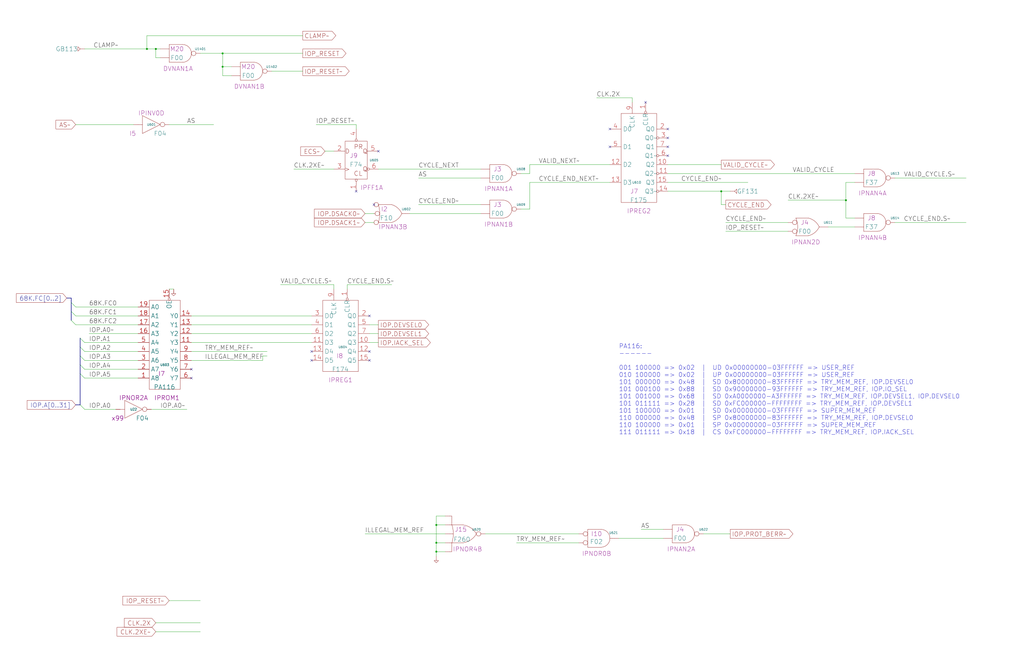
<source format=kicad_sch>
(kicad_sch (version 20230121) (generator eeschema)
  (paper "User" 584.2 378.46)
  (title_block (title "IOP\\nADDRESS DECODING") (date "22-SEP-90") (rev "2.0") (comment 1 "IOC") (comment 2 "232-003061") (comment 3 "S400") (comment 4 "RELEASED"))
  (lib_symbols
    (symbol "r1000:F00" (pin_numbers hide) (pin_names hide)
      (property "Reference" "U" (at 15.24 0 0))
      (property "Value" "F00" (at 1.905 -5.08 0))
      (property "Location" "___" (at 1.905 0 0))
      (property "Name" "______" (at 2.54 -12.7 0))
      (symbol "F00_0_1"
        (polyline (pts (xy -2.54 -7.62) (xy 5.08 -7.62)) (stroke (width 0.1524)))
        (polyline (pts (xy -2.54 2.54) (xy -2.54 -7.62)) (stroke (width 0.1524)))
        (polyline (pts (xy -2.54 2.54) (xy 5.08 2.54)) (stroke (width 0.1524)))
        (arc (start 5.08 -7.62) (mid 10.1282 -2.54) (end 5.08 2.54) (stroke (width 0.1524)))
        (circle (center 11.43 -2.54) (radius 1.27) (stroke (width 0.1524)))
      )
      (symbol "F00_0_2"
        (circle (center -3.81 -5.08) (radius 1.27) (stroke (width 0.1524)))
        (circle (center -3.81 0) (radius 1.27) (stroke (width 0.1524)))
        (arc (start -3.175 -7.62) (mid -2.134 -2.54) (end -3.175 2.54) (stroke (width 0.1524)))
        (polyline (pts (xy -3.175 -7.62) (xy 3.81 -7.62)) (stroke (width 0.1524)))
        (polyline (pts (xy -3.175 2.54) (xy 3.81 2.54)) (stroke (width 0.1524)))
        (arc (start 3.81 -7.62) (mid 7.5855 -5.8306) (end 10.16 -2.54) (stroke (width 0.1524)))
        (arc (start 10.16 -2.54) (mid 7.5827 0.7471) (end 3.81 2.54) (stroke (width 0.1524)))
      )
      (symbol "F00_1_1"
        (pin input line (at -7.62 0 0) (length 5.08) (name "D0") (number "1"))
        (pin input line (at -7.62 -5.08 0) (length 5.08) (name "D1") (number "2"))
        (pin output line (at 15.24 -2.54 180) (length 2.54) (name "Q") (number "3"))
      )
      (symbol "F00_1_2"
        (pin input line (at -7.62 0 0) (length 2.54) (name "D0") (number "1"))
        (pin input line (at -7.62 -5.08 0) (length 2.54) (name "D1") (number "2"))
        (pin output line (at 15.24 -2.54 180) (length 5.08) (name "Q") (number "3"))
      )
    )
    (symbol "r1000:F02" (pin_numbers hide) (pin_names hide)
      (property "Reference" "U" (at 12.16 0.635 0))
      (property "Value" "F02" (at -1.27 -4.445 0))
      (property "Location" "___" (at 2.54 0 0))
      (property "Name" "______" (at 2.54 -12.7 0))
      (symbol "F02_0_1"
        (arc (start -3.81 -7.62) (mid -2.9847 -2.54) (end -3.81 2.54) (stroke (width 0.1524)))
        (polyline (pts (xy -5.08 -5.08) (xy -3.175 -5.08)) (stroke (width 0.1524)))
        (polyline (pts (xy -5.08 0) (xy -3.175 0)) (stroke (width 0.1524)))
        (polyline (pts (xy -3.81 -7.62) (xy 2.54 -7.62)) (stroke (width 0.1524)))
        (polyline (pts (xy -3.81 2.54) (xy 2.54 2.54)) (stroke (width 0.1524)))
        (polyline (pts (xy 13.97 -2.54) (xy 12.7 -2.54)) (stroke (width 0.1524)))
        (arc (start 2.54 -7.62) (mid 6.9515 -5.9823) (end 10.16 -2.54) (stroke (width 0.1524)))
        (arc (start 10.16 -2.54) (mid 6.9478 0.8966) (end 2.54 2.54) (stroke (width 0.1524)))
        (circle (center 11.43 -2.54) (radius 1.27) (stroke (width 0.1524)))
      )
      (symbol "F02_0_2"
        (circle (center -3.81 -5.08) (radius 1.27) (stroke (width 0.1524)))
        (circle (center -3.81 0) (radius 1.27) (stroke (width 0.1524)))
        (polyline (pts (xy -2.54 -7.62) (xy 5.08 -7.62)) (stroke (width 0.1524)))
        (polyline (pts (xy -2.54 2.54) (xy -2.54 -7.62)) (stroke (width 0.1524)))
        (polyline (pts (xy -2.54 2.54) (xy 5.08 2.54)) (stroke (width 0.1524)))
        (polyline (pts (xy 11.43 -2.54) (xy 10.16 -2.54)) (stroke (width 0.1524)))
        (polyline (pts (xy 11.43 -2.54) (xy 12.7 -2.54)) (stroke (width 0.1524)))
        (arc (start 5.08 -7.62) (mid 10.1282 -2.54) (end 5.08 2.54) (stroke (width 0.1524)))
      )
      (symbol "F02_1_1"
        (pin input line (at -7.62 0 0) (length 2.54) (name "D0") (number "1"))
        (pin input line (at -7.62 -5.08 0) (length 2.54) (name "D1") (number "2"))
        (pin output line (at 15.24 -2.54 180) (length 1.27) (name "Q") (number "3"))
      )
      (symbol "F02_1_2"
        (pin input line (at -7.62 0 0) (length 2.54) (name "D0") (number "1"))
        (pin input line (at -7.62 -5.08 0) (length 2.54) (name "D1") (number "2"))
        (pin output line (at 15.24 -2.54 180) (length 2.54) (name "Q") (number "3"))
      )
    )
    (symbol "r1000:F04" (pin_numbers hide) (pin_names hide)
      (property "Reference" "U" (at 0 0 0))
      (property "Value" "F04" (at 1.27 -5.08 0))
      (property "Location" "___" (at -12.7 -5.08 0))
      (property "Name" "______" (at 0 5.08 0))
      (symbol "F04_0_1"
        (polyline (pts (xy -7.62 0) (xy -5.08 0)) (stroke (width 0.1524)))
        (polyline (pts (xy -5.08 5.08) (xy -5.08 -5.08)) (stroke (width 0.1524)))
        (polyline (pts (xy 5.08 0) (xy -5.08 -5.08)) (stroke (width 0.1524)))
        (polyline (pts (xy 5.08 0) (xy -5.08 5.08)) (stroke (width 0.1524)))
        (circle (center 6.35 0) (radius 1.27) (stroke (width 0.1524)))
      )
      (symbol "F04_1_1"
        (pin input line (at -10.16 0 0) (length 2.54) (name "D0") (number "1"))
        (pin output line (at 10.16 0 180) (length 2.54) (name "Q") (number "2"))
      )
    )
    (symbol "r1000:F10" (pin_numbers hide) (pin_names hide)
      (property "Reference" "U" (at 13.335 0 0))
      (property "Value" "F10" (at 5.715 -5.08 0))
      (property "Location" "___" (at -1.27 0 0))
      (property "Name" "______" (at -2.54 -10.16 0))
      (symbol "F10_0_1"
        (polyline (pts (xy -2.54 -7.62) (xy 5.08 -7.62)) (stroke (width 0.1524)))
        (polyline (pts (xy -2.54 2.54) (xy 5.08 2.54)) (stroke (width 0.1524)))
        (polyline (pts (xy -2.54 3.81) (xy -2.54 -8.89)) (stroke (width 0.1524)))
        (arc (start 5.08 -7.62) (mid 10.1282 -2.54) (end 5.08 2.54) (stroke (width 0.1524)))
        (circle (center 11.43 -2.54) (radius 1.27) (stroke (width 0.1524)))
      )
      (symbol "F10_0_2"
        (circle (center -3.81 -7.62) (radius 1.27) (stroke (width 0.1524)))
        (circle (center -3.81 2.54) (radius 1.27) (stroke (width 0.1524)))
        (circle (center -3.175 -2.54) (radius 1.27) (stroke (width 0.1524)))
        (arc (start -2.54 -7.62) (mid -1.8195 -2.54) (end -2.54 2.54) (stroke (width 0.1524)))
        (polyline (pts (xy -4.445 -2.54) (xy -5.08 -2.54)) (stroke (width 0.1524)))
        (polyline (pts (xy -2.54 -7.62) (xy 5.08 -7.62)) (stroke (width 0.1524)))
        (polyline (pts (xy -2.54 2.54) (xy 5.08 2.54)) (stroke (width 0.1524)))
        (polyline (pts (xy 10.795 -2.54) (xy 12.7 -2.54)) (stroke (width 0.1524)))
        (arc (start 5.08 -7.62) (mid 8.4845 -5.6954) (end 10.795 -2.54) (stroke (width 0.1524)))
        (arc (start 10.795 -2.54) (mid 8.4807 0.6111) (end 5.08 2.54) (stroke (width 0.1524)))
      )
      (symbol "F10_1_1"
        (pin input line (at -5.08 2.54 0) (length 2.54) (name "D0") (number "1"))
        (pin input line (at -5.08 -2.54 0) (length 2.54) (name "D1") (number "2"))
        (pin input line (at -5.08 -7.62 0) (length 2.54) (name "D2") (number "3"))
        (pin output line (at 15.24 -2.54 180) (length 2.54) (name "Q") (number "4"))
      )
      (symbol "F10_1_2"
        (pin input line (at -5.08 2.54 0) (length 0) (name "D0") (number "1"))
        (pin input line (at -5.08 -2.54 0) (length 0) (name "D1") (number "2"))
        (pin input line (at -5.08 -7.62 0) (length 0) (name "D2") (number "3"))
        (pin output line (at 15.24 -2.54 180) (length 2.54) (name "Q") (number "4"))
      )
    )
    (symbol "r1000:F174" (pin_names (offset 1.016))
      (property "Reference" "U" (at 2.54 5.08 0))
      (property "Value" "F174" (at -3.81 -7.62 0))
      (property "Location" "___" (at -1.27 0 0))
      (property "Name" "______" (at 1.27 -15.24 0))
      (symbol "F174_1_1"
        (rectangle (start -8.89 31.75) (end 11.43 -8.89))
        (circle (center 5.08 32.385) (radius 0.635))
        (pin input line (at 5.08 38.1 270) (length 5.08) (name "CLR") (number "1"))
        (pin output line (at 17.78 7.62 180) (length 6.35) (name "Q3") (number "10"))
        (pin input line (at -15.24 7.62 0) (length 6.35) (name "D3") (number "11"))
        (pin output line (at 17.78 2.54 180) (length 6.35) (name "Q4") (number "12"))
        (pin input line (at -15.24 2.54 0) (length 6.35) (name "D4") (number "13"))
        (pin input line (at -15.24 -2.54 0) (length 6.35) (name "D5") (number "14"))
        (pin output line (at 17.78 -2.54 180) (length 6.35) (name "Q5") (number "15"))
        (pin output line (at 17.78 22.86 180) (length 6.35) (name "Q0") (number "2"))
        (pin input line (at -15.24 22.86 0) (length 6.35) (name "D0") (number "3"))
        (pin input line (at -15.24 17.78 0) (length 6.35) (name "D1") (number "4"))
        (pin output line (at 17.78 17.78 180) (length 6.35) (name "Q1") (number "5"))
        (pin input line (at -15.24 12.7 0) (length 6.35) (name "D2") (number "6"))
        (pin output line (at 17.78 12.7 180) (length 6.35) (name "Q2") (number "7"))
        (pin input line (at -2.54 38.1 270) (length 6.35) (name "CLK") (number "9"))
      )
    )
    (symbol "r1000:F175" (pin_names (offset 1.016))
      (property "Reference" "U" (at 2.54 5.08 0))
      (property "Value" "F175" (at -1.27 -5.08 0))
      (property "Location" "___" (at -1.27 0 0))
      (property "Name" "______" (at 3.81 -12.7 0))
      (symbol "F175_1_1"
        (rectangle (start -6.35 44.45) (end 13.97 -6.35))
        (circle (center 7.62 45.085) (radius 0.635))
        (circle (center 14.605 0) (radius 0.635))
        (circle (center 14.605 10.16) (radius 0.635))
        (circle (center 14.605 20.32) (radius 0.635))
        (circle (center 14.605 30.48) (radius 0.635))
        (pin input line (at 7.62 50.8 270) (length 5.08) (name "CLR") (number "1"))
        (pin output line (at 20.32 15.24 180) (length 6.35) (name "Q2") (number "10"))
        (pin output line (at 20.32 10.16 180) (length 5.08) (name "Q2~") (number "11"))
        (pin input line (at -12.7 15.24 0) (length 6.35) (name "D2") (number "12"))
        (pin input line (at -12.7 5.08 0) (length 6.35) (name "D3") (number "13"))
        (pin output line (at 20.32 0 180) (length 5.08) (name "Q3~") (number "14"))
        (pin output line (at 20.32 5.08 180) (length 6.35) (name "Q3") (number "15"))
        (pin output line (at 20.32 35.56 180) (length 6.35) (name "Q0") (number "2"))
        (pin output line (at 20.32 30.48 180) (length 5.08) (name "Q0~") (number "3"))
        (pin input line (at -12.7 35.56 0) (length 6.35) (name "D0") (number "4"))
        (pin input line (at -12.7 25.4 0) (length 6.35) (name "D1") (number "5"))
        (pin output line (at 20.32 20.32 180) (length 5.08) (name "Q1~") (number "6"))
        (pin output line (at 20.32 25.4 180) (length 6.35) (name "Q1") (number "7"))
        (pin input line (at 0 50.8 270) (length 6.35) (name "CLK") (number "9"))
      )
    )
    (symbol "r1000:F260" (pin_numbers hide) (pin_names hide)
      (property "Reference" "U" (at 10.16 0 0))
      (property "Value" "F260" (at 1.905 -5.715 0))
      (property "Location" "___" (at 1.27 0 0))
      (property "Name" "______" (at 5.08 -12.7 0))
      (symbol "F260_0_1"
        (arc (start -3.8173 -7.62) (mid -2.9926 -2.54) (end -3.8173 2.54) (stroke (width 0.1524)))
        (polyline (pts (xy -5.08 -7.62) (xy -3.81 -7.62)) (stroke (width 0.1524)))
        (polyline (pts (xy -5.08 -2.54) (xy -3.0226 -2.54)) (stroke (width 0.1524)))
        (polyline (pts (xy -5.08 2.54) (xy -3.81 2.54)) (stroke (width 0.1524)))
        (polyline (pts (xy -3.81 -7.62) (xy 2.54 -7.62)) (stroke (width 0.1524)))
        (polyline (pts (xy -3.81 2.54) (xy 2.54 2.54)) (stroke (width 0.1524)))
        (polyline (pts (xy -5.08 -12.7) (xy -3.81 -12.7) (xy -3.81 -7.62)) (stroke (width 0.1524)))
        (polyline (pts (xy -5.08 7.62) (xy -3.81 7.62) (xy -3.81 2.54)) (stroke (width 0.1524)))
        (arc (start 2.54 -7.62) (mid 6.9504 -5.9805) (end 10.16 -2.54) (stroke (width 0.1524)))
        (arc (start 10.16 -2.54) (mid 6.9516 0.9024) (end 2.54 2.54) (stroke (width 0.1524)))
        (circle (center 11.43 -2.54) (radius 1.27) (stroke (width 0.1524)))
      )
      (symbol "F260_0_2"
        (circle (center -6.35 -12.7) (radius 1.27) (stroke (width 0.1524)))
        (circle (center -6.35 -7.62) (radius 1.27) (stroke (width 0.1524)))
        (circle (center -6.35 -2.54) (radius 1.27) (stroke (width 0.1524)))
        (circle (center -6.35 2.54) (radius 1.27) (stroke (width 0.1524)))
        (circle (center -6.35 7.62) (radius 1.27) (stroke (width 0.1524)))
        (polyline (pts (xy -5.08 -13.97) (xy -5.08 8.89)) (stroke (width 0.1524)))
        (polyline (pts (xy -5.08 -7.62) (xy 2.54 -7.62)) (stroke (width 0.1524)))
        (polyline (pts (xy -5.08 2.54) (xy 2.54 2.54)) (stroke (width 0.1524)))
        (arc (start 2.54 -7.62) (mid 6.1321 -6.1321) (end 7.62 -2.54) (stroke (width 0.1524)))
        (arc (start 7.62 -2.54) (mid 6.1321 1.0521) (end 2.54 2.54) (stroke (width 0.1524)))
      )
      (symbol "F260_1_1"
        (pin input line (at -7.62 -2.54 0) (length 2.54) (name "D2") (number "1"))
        (pin input line (at -7.62 7.62 0) (length 2.54) (name "D0") (number "12"))
        (pin input line (at -7.62 2.54 0) (length 2.54) (name "D1") (number "13"))
        (pin input line (at -7.62 -7.62 0) (length 2.54) (name "D3") (number "2"))
        (pin input line (at -7.62 -12.7 0) (length 2.54) (name "D4") (number "3"))
        (pin output line (at 15.24 -2.54 180) (length 2.54) (name "Q") (number "5"))
      )
      (symbol "F260_1_2"
        (pin input line (at -7.62 -2.54 0) (length 0) (name "D2") (number "1"))
        (pin input line (at -7.62 7.62 0) (length 0) (name "D0") (number "12"))
        (pin input line (at -7.62 2.54 0) (length 0) (name "D1") (number "13"))
        (pin input line (at -7.62 -7.62 0) (length 0) (name "D3") (number "2"))
        (pin input line (at -7.62 -12.7 0) (length 0) (name "D4") (number "3"))
        (pin output line (at 15.24 -2.54 180) (length 7.62) (name "Q") (number "5"))
      )
    )
    (symbol "r1000:F37" (pin_numbers hide) (pin_names (offset 0) hide)
      (property "Reference" "U" (at 15.24 0 0))
      (property "Value" "F37" (at 1.905 -5.08 0))
      (property "Location" "___" (at 1.905 0 0))
      (property "Name" "______" (at 2.54 -12.7 0))
      (symbol "F37_0_1"
        (polyline (pts (xy -2.54 -7.62) (xy 5.08 -7.62)) (stroke (width 0.1524)))
        (polyline (pts (xy -2.54 2.54) (xy -2.54 -7.62)) (stroke (width 0.1524)))
        (polyline (pts (xy -2.54 2.54) (xy 5.08 2.54)) (stroke (width 0.1524)))
        (arc (start 5.08 -7.62) (mid 10.1282 -2.54) (end 5.08 2.54) (stroke (width 0.1524)))
        (circle (center 11.43 -2.54) (radius 1.27) (stroke (width 0.1524)))
      )
      (symbol "F37_0_2"
        (circle (center -3.81 -5.08) (radius 1.27) (stroke (width 0.1524)))
        (circle (center -3.81 0) (radius 1.27) (stroke (width 0.1524)))
        (arc (start -3.175 -7.62) (mid -2.134 -2.54) (end -3.175 2.54) (stroke (width 0.1524)))
        (polyline (pts (xy -3.175 -7.62) (xy 3.81 -7.62)) (stroke (width 0.1524)))
        (polyline (pts (xy -3.175 2.54) (xy 3.81 2.54)) (stroke (width 0.1524)))
        (arc (start 3.81 -7.62) (mid 7.5855 -5.8306) (end 10.16 -2.54) (stroke (width 0.1524)))
        (arc (start 10.16 -2.54) (mid 7.5827 0.7471) (end 3.81 2.54) (stroke (width 0.1524)))
      )
      (symbol "F37_1_1"
        (pin input line (at -7.62 0 0) (length 5.08) (name "D0") (number "1"))
        (pin input line (at -7.62 -5.08 0) (length 5.08) (name "D1") (number "2"))
        (pin output line (at 15.24 -2.54 180) (length 2.54) (name "Q") (number "3"))
      )
      (symbol "F37_1_2"
        (pin input line (at -7.62 0 0) (length 2.54) (name "D0") (number "1"))
        (pin input line (at -7.62 -5.08 0) (length 2.54) (name "D1") (number "2"))
        (pin output line (at 15.24 -2.54 180) (length 5.08) (name "Q") (number "3"))
      )
    )
    (symbol "r1000:F74" (pin_names (offset 1.016) hide)
      (property "Reference" "U" (at 12.7 -2.54 0))
      (property "Value" "F74" (at -1.27 -5.08 0))
      (property "Location" "___" (at -1.27 0 0))
      (property "Name" "______" (at 11.43 -19.685 0))
      (symbol "F74_0_1"
        (rectangle (start -3.81 8.255) (end 8.89 -13.335) (stroke (width 0.1524)))
        (polyline (pts (xy 2.54 -15.24) (xy 2.54 -14.605)) (stroke (width 0.1524)))
        (polyline (pts (xy 2.54 10.16) (xy 2.54 9.525)) (stroke (width 0.1524)))
      )
      (symbol "F74_1_1"
        (circle (center 2.54 -13.97) (radius 0.635))
        (circle (center 2.54 8.89) (radius 0.635))
        (circle (center 9.525 -7.62) (radius 0.635))
        (text ">" (at -2.54 -7.62 0) (effects (font (size 2.54 2.54))))
        (text "C" (at 2.54 -10.16 0) (effects (font (size 2.54 2.54))))
        (text "D" (at -2.54 2.54 0) (effects (font (size 2.54 2.54))))
        (text "L" (at 5.08 -10.16 0) (effects (font (size 2.54 2.54))))
        (text "P" (at 2.54 5.08 0) (effects (font (size 2.54 2.54))))
        (text "Q" (at 7.62 -7.62 0) (effects (font (size 2.54 2.54))))
        (text "Q" (at 7.62 2.54 0) (effects (font (size 2.54 2.54))))
        (text "R" (at 5.08 5.08 0) (effects (font (size 2.54 2.54))))
        (pin input line (at 2.54 -20.32 90) (length 5.08) (name "CL_") (number "1"))
        (pin input line (at -10.16 2.54 0) (length 6.35) (name "D") (number "2"))
        (pin input line (at -10.16 -7.62 0) (length 6.35) (name "CLK") (number "3"))
        (pin input line (at 2.54 15.24 270) (length 5.08) (name "PR_") (number "4"))
        (pin output line (at 15.24 2.54 180) (length 6.35) (name "Q") (number "5"))
        (pin output line (at 15.24 -7.62 180) (length 5.08) (name "Q_") (number "6"))
      )
    )
    (symbol "r1000:GB" (pin_numbers hide) (pin_names (offset 0) hide)
      (property "Reference" "GB" (at 3.81 0 0))
      (symbol "GB_0_1"
        (polyline (pts (xy 2.54 0) (xy 3.81 1.27) (xy 3.81 -1.27) (xy 2.54 0)) (stroke (width 0.1524)))
      )
      (symbol "GB_1_1"
        (pin bidirectional line (at 0 0 0) (length 2.54) (name "") (number "1"))
      )
    )
    (symbol "r1000:GF" (pin_numbers hide) (pin_names (offset 0) hide)
      (property "Reference" "GF" (at 3.81 0 0))
      (symbol "GF_0_1"
        (polyline (pts (xy 2.54 0) (xy 3.81 1.27) (xy 3.81 -1.27) (xy 2.54 0)) (stroke (width 0.1524)))
      )
      (symbol "GF_1_1"
        (pin bidirectional line (at 0 0 0) (length 2.54) (name "") (number "1"))
      )
    )
    (symbol "r1000:PAxxx" (pin_names (offset 1.016))
      (property "Reference" "U" (at 2.54 5.08 0))
      (property "Value" "PAxxx" (at -3.81 -7.62 0))
      (property "Location" "___" (at -1.27 0 0))
      (property "Name" "______" (at 3.81 -15.24 0))
      (symbol "PAxxx_1_1"
        (rectangle (start -6.35 41.91) (end 11.43 -8.89))
        (circle (center 5.08 42.545) (radius 0.635))
        (pin input line (at -12.7 -2.54 0) (length 6.35) (name "A8") (number "1"))
        (pin tri_state line (at 17.78 17.78 180) (length 6.35) (name "Y3") (number "11"))
        (pin tri_state line (at 17.78 22.86 180) (length 6.35) (name "Y2") (number "12"))
        (pin tri_state line (at 17.78 27.94 180) (length 6.35) (name "Y1") (number "13"))
        (pin tri_state line (at 17.78 33.02 180) (length 6.35) (name "Y0") (number "14"))
        (pin input line (at 5.08 48.26 270) (length 5.08) (name "OE") (number "15"))
        (pin input line (at -12.7 22.86 0) (length 6.35) (name "A3") (number "16"))
        (pin input line (at -12.7 27.94 0) (length 6.35) (name "A2") (number "17"))
        (pin input line (at -12.7 33.02 0) (length 6.35) (name "A1") (number "18"))
        (pin input line (at -12.7 38.1 0) (length 6.35) (name "A0") (number "19"))
        (pin input line (at -12.7 2.54 0) (length 6.35) (name "A7") (number "2"))
        (pin input line (at -12.7 7.62 0) (length 6.35) (name "A6") (number "3"))
        (pin input line (at -12.7 12.7 0) (length 6.35) (name "A5") (number "4"))
        (pin input line (at -12.7 17.78 0) (length 6.35) (name "A4") (number "5"))
        (pin tri_state line (at 17.78 -2.54 180) (length 6.35) (name "Y7") (number "6"))
        (pin tri_state line (at 17.78 2.54 180) (length 6.35) (name "Y6") (number "7"))
        (pin tri_state line (at 17.78 7.62 180) (length 6.35) (name "Y5") (number "8"))
        (pin tri_state line (at 17.78 12.7 180) (length 6.35) (name "Y4") (number "9"))
      )
    )
    (symbol "r1000:PD" (power) (pin_numbers hide) (pin_names hide) (in_bom no)
      (symbol "PD_0_1"
        (polyline (pts (xy 0 -2.54) (xy 1.27 -2.54) (xy 0 -3.81) (xy -1.27 -2.54) (xy 0 -2.54)) (stroke (width 0.1524)))
      )
      (symbol "PD_1_1"
        (pin power_in line (at 0 0 270) (length 2.54) (name "PD") (number "1"))
      )
    )
  )
  (junction (at 248.92 314.96))
  (junction (at 127 38.1))
  (junction (at 83.82 27.94))
  (junction (at 411.48 109.22))
  (junction (at 482.6 114.3))
  (junction (at 88.9 27.94))
  (junction (at 248.92 309.88))
  (junction (at 248.92 299.72))
  (junction (at 127 30.48))
  (no_connect (at 210.82 200.66))
  (no_connect (at 381 73.66))
  (no_connect (at 381 88.9))
  (no_connect (at 210.82 205.74))
  (no_connect (at 177.8 205.74))
  (no_connect (at 347.98 73.66))
  (no_connect (at 347.98 83.82))
  (no_connect (at 381 78.74))
  (no_connect (at 213.36 116.84))
  (no_connect (at 381 83.82))
  (no_connect (at 215.9 86.36))
  (no_connect (at 203.2 109.22))
  (no_connect (at 177.8 200.66))
  (no_connect (at 109.22 215.9))
  (no_connect (at 109.22 210.82))
  (no_connect (at 368.3 58.42))
  (no_connect (at 210.82 180.34))
  (bus_entry (at 40.64 182.88) (size 2.54 2.54))
  (bus_entry (at 40.64 177.8) (size 2.54 2.54))
  (bus_entry (at 45.72 193.04) (size 2.54 2.54))
  (bus_entry (at 45.72 208.28) (size 2.54 2.54))
  (bus_entry (at 45.72 231.14) (size 2.54 2.54))
  (bus_entry (at 45.72 198.12) (size 2.54 2.54))
  (bus_entry (at 45.72 213.36) (size 2.54 2.54))
  (bus_entry (at 40.64 172.72) (size 2.54 2.54))
  (bus_entry (at 45.72 203.2) (size 2.54 2.54))
  (wire (pts (xy 127 38.1) (xy 127 43.18)))
  (wire (pts (xy 414.02 132.08) (xy 449.58 132.08)))
  (wire (pts (xy 238.76 101.6) (xy 274.32 101.6)))
  (wire (pts (xy 248.92 314.96) (xy 248.92 309.88)))
  (wire (pts (xy 88.9 355.6) (xy 114.3 355.6)))
  (bus (pts (xy 45.72 198.12) (xy 45.72 203.2)))
  (wire (pts (xy 149.86 203.2) (xy 152.4 203.2)))
  (bus (pts (xy 40.64 170.18) (xy 40.64 172.72)))
  (wire (pts (xy 248.92 294.64) (xy 248.92 299.72)))
  (bus (pts (xy 45.72 208.28) (xy 45.72 213.36)))
  (wire (pts (xy 198.12 162.56) (xy 198.12 165.1)))
  (wire (pts (xy 96.52 165.1) (xy 99.06 165.1)))
  (wire (pts (xy 276.86 304.8) (xy 330.2 304.8)))
  (wire (pts (xy 482.6 104.14) (xy 487.68 104.14)))
  (wire (pts (xy 381 104.14) (xy 426.72 104.14)))
  (wire (pts (xy 238.76 116.84) (xy 274.32 116.84)))
  (bus (pts (xy 45.72 213.36) (xy 45.72 231.14)))
  (wire (pts (xy 190.5 162.56) (xy 190.5 165.1)))
  (wire (pts (xy 449.58 114.3) (xy 482.6 114.3)))
  (bus (pts (xy 40.64 177.8) (xy 40.64 182.88)))
  (wire (pts (xy 83.82 20.32) (xy 83.82 27.94)))
  (wire (pts (xy 48.26 215.9) (xy 78.74 215.9)))
  (wire (pts (xy 185.42 86.36) (xy 190.5 86.36)))
  (wire (pts (xy 208.28 121.92) (xy 213.36 121.92)))
  (wire (pts (xy 248.92 309.88) (xy 254 309.88)))
  (wire (pts (xy 180.34 71.12) (xy 203.2 71.12)))
  (bus (pts (xy 45.72 193.04) (xy 45.72 198.12)))
  (wire (pts (xy 472.44 129.54) (xy 487.68 129.54)))
  (wire (pts (xy 210.82 195.58) (xy 215.9 195.58)))
  (wire (pts (xy 254 294.64) (xy 248.92 294.64)))
  (wire (pts (xy 401.32 304.8) (xy 416.56 304.8)))
  (wire (pts (xy 510.54 101.6) (xy 551.18 101.6)))
  (bus (pts (xy 38.1 170.18) (xy 40.64 170.18)))
  (wire (pts (xy 48.26 27.94) (xy 83.82 27.94)))
  (wire (pts (xy 302.26 99.06) (xy 302.26 93.98)))
  (wire (pts (xy 83.82 27.94) (xy 88.9 27.94)))
  (wire (pts (xy 127 30.48) (xy 127 38.1)))
  (wire (pts (xy 114.3 30.48) (xy 127 30.48)))
  (wire (pts (xy 43.18 185.42) (xy 78.74 185.42)))
  (wire (pts (xy 109.22 190.5) (xy 177.8 190.5)))
  (wire (pts (xy 248.92 309.88) (xy 248.92 299.72)))
  (wire (pts (xy 109.22 200.66) (xy 152.4 200.66)))
  (wire (pts (xy 365.76 302.26) (xy 378.46 302.26)))
  (wire (pts (xy 510.54 127) (xy 551.18 127)))
  (wire (pts (xy 294.64 309.88) (xy 330.2 309.88)))
  (wire (pts (xy 48.26 195.58) (xy 78.74 195.58)))
  (wire (pts (xy 50.8 190.5) (xy 78.74 190.5)))
  (wire (pts (xy 248.92 314.96) (xy 254 314.96)))
  (wire (pts (xy 482.6 124.46) (xy 482.6 114.3)))
  (wire (pts (xy 43.18 175.26) (xy 78.74 175.26)))
  (wire (pts (xy 96.52 71.12) (xy 121.92 71.12)))
  (wire (pts (xy 172.72 20.32) (xy 83.82 20.32)))
  (wire (pts (xy 48.26 205.74) (xy 78.74 205.74)))
  (wire (pts (xy 215.9 96.52) (xy 274.32 96.52)))
  (wire (pts (xy 203.2 71.12) (xy 203.2 73.66)))
  (wire (pts (xy 381 93.98) (xy 411.48 93.98)))
  (wire (pts (xy 414.02 116.84) (xy 411.48 116.84)))
  (wire (pts (xy 208.28 127) (xy 213.36 127)))
  (wire (pts (xy 96.52 342.9) (xy 114.3 342.9)))
  (wire (pts (xy 88.9 360.68) (xy 114.3 360.68)))
  (wire (pts (xy 88.9 33.02) (xy 88.9 27.94)))
  (wire (pts (xy 381 99.06) (xy 487.68 99.06)))
  (wire (pts (xy 109.22 180.34) (xy 177.8 180.34)))
  (bus (pts (xy 40.64 172.72) (xy 40.64 177.8)))
  (wire (pts (xy 109.22 185.42) (xy 177.8 185.42)))
  (wire (pts (xy 248.92 299.72) (xy 254 299.72)))
  (wire (pts (xy 160.02 162.56) (xy 190.5 162.56)))
  (wire (pts (xy 149.86 205.74) (xy 109.22 205.74)))
  (wire (pts (xy 109.22 195.58) (xy 177.8 195.58)))
  (wire (pts (xy 48.26 210.82) (xy 78.74 210.82)))
  (wire (pts (xy 198.12 162.56) (xy 223.52 162.56)))
  (wire (pts (xy 127 43.18) (xy 132.08 43.18)))
  (wire (pts (xy 167.64 96.52) (xy 190.5 96.52)))
  (wire (pts (xy 482.6 114.3) (xy 482.6 104.14)))
  (wire (pts (xy 347.98 104.14) (xy 302.26 104.14)))
  (wire (pts (xy 302.26 104.14) (xy 302.26 119.38)))
  (wire (pts (xy 411.48 116.84) (xy 411.48 109.22)))
  (wire (pts (xy 210.82 190.5) (xy 215.9 190.5)))
  (wire (pts (xy 149.86 203.2) (xy 149.86 205.74)))
  (bus (pts (xy 43.18 231.14) (xy 45.72 231.14)))
  (wire (pts (xy 302.26 119.38) (xy 297.18 119.38)))
  (wire (pts (xy 411.48 109.22) (xy 416.56 109.22)))
  (wire (pts (xy 88.9 27.94) (xy 91.44 27.94)))
  (wire (pts (xy 127 30.48) (xy 172.72 30.48)))
  (wire (pts (xy 208.28 304.8) (xy 254 304.8)))
  (wire (pts (xy 248.92 317.5) (xy 248.92 314.96)))
  (wire (pts (xy 353.06 307.34) (xy 378.46 307.34)))
  (wire (pts (xy 381 109.22) (xy 411.48 109.22)))
  (wire (pts (xy 302.26 93.98) (xy 347.98 93.98)))
  (wire (pts (xy 233.68 121.92) (xy 274.32 121.92)))
  (wire (pts (xy 154.94 40.64) (xy 172.72 40.64)))
  (wire (pts (xy 86.36 233.68) (xy 106.68 233.68)))
  (wire (pts (xy 414.02 127) (xy 449.58 127)))
  (wire (pts (xy 127 38.1) (xy 132.08 38.1)))
  (wire (pts (xy 48.26 200.66) (xy 78.74 200.66)))
  (wire (pts (xy 487.68 124.46) (xy 482.6 124.46)))
  (wire (pts (xy 360.68 55.88) (xy 360.68 58.42)))
  (wire (pts (xy 43.18 180.34) (xy 78.74 180.34)))
  (wire (pts (xy 210.82 185.42) (xy 215.9 185.42)))
  (wire (pts (xy 48.26 233.68) (xy 66.04 233.68)))
  (bus (pts (xy 45.72 203.2) (xy 45.72 208.28)))
  (wire (pts (xy 340.36 55.88) (xy 360.68 55.88)))
  (wire (pts (xy 43.18 71.12) (xy 76.2 71.12)))
  (wire (pts (xy 297.18 99.06) (xy 302.26 99.06)))
  (wire (pts (xy 91.44 33.02) (xy 88.9 33.02)))
  (text "PA116:\n------\n\n001 100000 => 0x02  |  UD 0x00000000-03FFFFFF => USER_REF\n010 100000 => 0x02  |  UP 0x00000000-03FFFFFF => USER_REF\n101 000000 => 0x48  |  SD 0x80000000-83FFFFFF => TRY_MEM_REF, IOP.DEVSEL0\n101 000100 => 0x88  |  SD 0x90000000-93FFFFFF => TRY_MEM_REF, IOP.IO_SEL\n101 001000 => 0x68  |  SD 0xA0000000-A3FFFFFF => TRY_MEM_REF, IOP.DEVSEL1, IOP.DEVSEL0\n101 011111 => 0x28  |  SD 0xFC000000-FFFFFFFF => TRY_MEM_REF, IOP.DEVSEL1\n101 100000 => 0x01  |  SD 0x00000000-03FFFFFF => SUPER_MEM_REF\n110 000000 => 0x48  |  SP 0x80000000-83FFFFFF => TRY_MEM_REF, IOP.DEVSEL0\n110 100000 => 0x01  |  SP 0x00000000-03FFFFFF => SUPER_MEM_REF\n111 011111 => 0x18  |  CS 0xFC000000-FFFFFFFF => TRY_MEM_REF, IOP.IACK_SEL\n\n\n" (at 353.06 256.54 0) (effects (font (size 2.54 2.54)) (justify left bottom)))
  (label "IOP_RESET~" (at 180.34 71.12 0) (effects (font (size 2.54 2.54))))
  (label "IOP.A0" (at 50.8 233.68 0) (effects (font (size 2.54 2.54))))
  (label "AS" (at 238.76 101.6 0) (effects (font (size 2.54 2.54))))
  (label "CYCLE_END.S~" (at 198.12 162.56 0) (effects (font (size 2.54 2.54))))
  (label "CYCLE_END_NEXT~" (at 307.34 104.14 0) (effects (font (size 2.54 2.54))))
  (label "VALID_CYCLE.S~" (at 515.62 101.6 0) (effects (font (size 2.54 2.54))))
  (label "CYCLE_END.S~" (at 515.62 127 0) (effects (font (size 2.54 2.54))))
  (label "IOP_RESET~" (at 414.02 132.08 0) (effects (font (size 2.54 2.54))))
  (label "IOP.A5" (at 50.8 215.9 0) (effects (font (size 2.54 2.54))))
  (label "VALID_CYCLE.S~" (at 160.02 162.56 0) (effects (font (size 2.54 2.54))))
  (label "CYCLE_END~" (at 238.76 116.84 0) (effects (font (size 2.54 2.54))))
  (label "ILLEGAL_MEM_REF" (at 208.28 304.8 0) (effects (font (size 2.54 2.54))))
  (label "CLK.2X" (at 340.36 55.88 0) (effects (font (size 2.54 2.54))))
  (label "CLK.2XE~" (at 167.64 96.52 0) (effects (font (size 2.54 2.54))))
  (label "CYCLE_END~" (at 414.02 127 0) (effects (font (size 2.54 2.54))))
  (label "68K.FC1" (at 50.8 180.34 0) (effects (font (size 2.54 2.54))))
  (label "AS" (at 365.76 302.26 0) (effects (font (size 2.54 2.54))))
  (label "68K.FC2" (at 50.8 185.42 0) (effects (font (size 2.54 2.54))))
  (label "AS" (at 106.68 71.12 0) (effects (font (size 2.54 2.54))))
  (label "IOP.A0~" (at 50.8 190.5 0) (effects (font (size 2.54 2.54))))
  (label "IOP.A0~" (at 91.44 233.68 0) (effects (font (size 2.54 2.54))))
  (label "CYCLE_NEXT" (at 238.76 96.52 0) (effects (font (size 2.54 2.54))))
  (label "TRY_MEM_REF~" (at 294.64 309.88 0) (effects (font (size 2.54 2.54))))
  (label "CLK.2XE~" (at 449.58 114.3 0) (effects (font (size 2.54 2.54))))
  (label "IOP.A3" (at 50.8 205.74 0) (effects (font (size 2.54 2.54))))
  (label "TRY_MEM_REF~" (at 116.84 200.66 0) (effects (font (size 2.54 2.54))))
  (label "VALID_CYCLE" (at 452.12 99.06 0) (effects (font (size 2.54 2.54))))
  (label "CYCLE_END~" (at 388.62 104.14 0) (effects (font (size 2.54 2.54))))
  (label "IOP.A4" (at 50.8 210.82 0) (effects (font (size 2.54 2.54))))
  (label "CLAMP~" (at 53.34 27.94 0) (effects (font (size 2.54 2.54))))
  (label "68K.FC0" (at 50.8 175.26 0) (effects (font (size 2.54 2.54))))
  (label "ILLEGAL_MEM_REF" (at 116.84 205.74 0) (effects (font (size 2.54 2.54))))
  (label "VALID_NEXT~" (at 307.34 93.98 0) (effects (font (size 2.54 2.54))))
  (label "IOP.A2" (at 50.8 200.66 0) (effects (font (size 2.54 2.54))))
  (label "IOP.A1" (at 50.8 195.58 0) (effects (font (size 2.54 2.54))))
  (global_label "IOP.PROT_BERR~" (shape output) (at 416.56 304.8 0) (effects (font (size 2.54 2.54))) (property "Intersheetrefs" "${INTERSHEET_REFS}" (at 452.7308 304.6413 0) (effects (font (size 1.905 1.905)) (justify left))))
  (global_label "IOP.A[0..31]" (shape input) (at 43.18 231.14 180) (effects (font (size 2.54 2.54))) (property "Intersheetrefs" "${INTERSHEET_REFS}" (at 14.6369 231.14 0) (effects (font (size 1.905 1.905)) (justify right))))
  (global_label "VALID_CYCLE~" (shape output) (at 411.48 93.98 0) (effects (font (size 2.54 2.54))) (property "Intersheetrefs" "${INTERSHEET_REFS}" (at 442.208 93.8213 0) (effects (font (size 1.905 1.905)) (justify left))))
  (global_label "IOP.DSACK0~" (shape input) (at 208.28 121.92 180) (effects (font (size 2.54 2.54))) (property "Intersheetrefs" "${INTERSHEET_REFS}" (at 178.0359 121.7613 0) (effects (font (size 1.905 1.905)) (justify right))))
  (global_label "IOP.DSACK1~" (shape input) (at 208.28 127 180) (effects (font (size 2.54 2.54))) (property "Intersheetrefs" "${INTERSHEET_REFS}" (at 178.0359 126.8413 0) (effects (font (size 1.905 1.905)) (justify right))))
  (global_label "IOP.DEVSEL0" (shape output) (at 215.9 185.42 0) (effects (font (size 2.54 2.54))) (property "Intersheetrefs" "${INTERSHEET_REFS}" (at 244.9346 185.2613 0) (effects (font (size 1.905 1.905)) (justify left))))
  (global_label "68K.FC[0..2]" (shape input) (at 38.1 170.18 180) (effects (font (size 2.54 2.54))) (property "Intersheetrefs" "${INTERSHEET_REFS}" (at 8.9444 170.0213 0) (effects (font (size 1.905 1.905)) (justify right))))
  (global_label "CLK.2X" (shape input) (at 88.9 355.6 180) (effects (font (size 2.54 2.54))) (property "Intersheetrefs" "${INTERSHEET_REFS}" (at 64.3406 355.4413 0) (effects (font (size 1.905 1.905)) (justify right))))
  (global_label "CYCLE_END" (shape output) (at 414.02 116.84 0) (effects (font (size 2.54 2.54))) (property "Intersheetrefs" "${INTERSHEET_REFS}" (at 440.2727 116.6813 0) (effects (font (size 1.905 1.905)) (justify left))))
  (global_label "IOP.DEVSEL1" (shape output) (at 215.9 190.5 0) (effects (font (size 2.54 2.54))) (property "Intersheetrefs" "${INTERSHEET_REFS}" (at 244.9346 190.3413 0) (effects (font (size 1.905 1.905)) (justify left))))
  (global_label "IOP_RESET" (shape output) (at 172.72 30.48 0) (effects (font (size 2.54 2.54))) (property "Intersheetrefs" "${INTERSHEET_REFS}" (at 197.3822 30.3213 0) (effects (font (size 1.905 1.905)) (justify left))))
  (global_label "IOP_RESET~" (shape output) (at 172.72 40.64 0) (effects (font (size 2.54 2.54))) (property "Intersheetrefs" "${INTERSHEET_REFS}" (at 199.1965 40.4813 0) (effects (font (size 1.905 1.905)) (justify left))))
  (global_label "ECS~" (shape input) (at 185.42 86.36 180) (effects (font (size 2.54 2.54))) (property "Intersheetrefs" "${INTERSHEET_REFS}" (at 171.1416 86.2013 0) (effects (font (size 1.905 1.905)) (justify right))))
  (global_label "CLAMP~" (shape output) (at 172.72 20.32 0) (effects (font (size 2.54 2.54))) (property "Intersheetrefs" "${INTERSHEET_REFS}" (at 191.9575 20.1613 0) (effects (font (size 1.905 1.905)) (justify left))))
  (global_label "IOP_RESET~" (shape input) (at 96.52 342.9 180) (effects (font (size 2.54 2.54))) (property "Intersheetrefs" "${INTERSHEET_REFS}" (at 69.6625 342.7413 0) (effects (font (size 1.905 1.905)) (justify right))))
  (global_label "AS~" (shape input) (at 43.18 71.12 180) (effects (font (size 2.54 2.54))) (property "Intersheetrefs" "${INTERSHEET_REFS}" (at 31.5625 70.9613 0) (effects (font (size 1.905 1.905)) (justify right))))
  (global_label "IOP.IACK_SEL" (shape output) (at 215.9 195.58 0) (effects (font (size 2.54 2.54))) (property "Intersheetrefs" "${INTERSHEET_REFS}" (at 245.9022 195.4213 0) (effects (font (size 1.905 1.905)) (justify left))))
  (global_label "CLK.2XE~" (shape input) (at 88.9 360.68 180) (effects (font (size 2.54 2.54))) (property "Intersheetrefs" "${INTERSHEET_REFS}" (at 60.2282 360.5213 0) (effects (font (size 1.905 1.905)) (justify right))))
  (symbol (lib_id "r1000:F260") (at 261.62 302.26 0) (unit 1)
    (property "Reference" "U620" (at 271.78 302.26 0))
    (property "Value" "F260" (at 263.525 307.975 0) (effects (font (size 2.54 2.54))))
    (property "Location" "J15" (at 262.89 302.26 0) (effects (font (size 2.54 2.54))))
    (property "Name" "IPNOR4B" (at 266.7 314.96 0) (effects (font (size 2.54 2.54)) (justify bottom)))
  )
  (symbol (lib_id "r1000:F00") (at 281.94 116.84 0) (unit 1)
    (property "Reference" "U609" (at 297.18 116.84 0))
    (property "Value" "F00" (at 283.845 121.92 0) (effects (font (size 2.54 2.54))))
    (property "Location" "J3" (at 283.845 116.84 0) (effects (font (size 2.54 2.54))))
    (property "Name" "IPNAN1B" (at 284.48 129.54 0) (effects (font (size 2.54 2.54)) (justify bottom)))
  )
  (symbol (lib_id "r1000:F00") (at 139.7 38.1 0) (unit 1)
    (property "Reference" "U1402" (at 154.94 38.1 0))
    (property "Value" "F00" (at 141.605 43.18 0) (effects (font (size 2.54 2.54))))
    (property "Location" "M20" (at 141.605 38.1 0) (effects (font (size 2.54 2.54))))
    (property "Name" "DVNAN1B" (at 142.24 50.8 0) (effects (font (size 2.54 2.54)) (justify bottom)))
  )
  (symbol (lib_id "r1000:GF") (at 416.56 109.22 0) (unit 1)
    (property "Reference" "GF131" (at 420.37 109.22 0) (effects (font (size 2.54 2.54)) (justify left)))
    (property "Value" "GF" (effects hide))
  )
  (symbol (lib_id "r1000:GB") (at 48.26 27.94 0) (mirror y) (unit 1)
    (property "Reference" "GB113" (at 44.45 27.94 0) (effects (font (size 2.54 2.54)) (justify left)))
    (property "Value" "GB" (effects hide))
  )
  (symbol (lib_id "r1000:F04") (at 86.36 71.12 0) (unit 1)
    (property "Reference" "U601" (at 86.36 71.12 0))
    (property "Value" "F04" (at 87.63 76.2 0) (effects (font (size 2.54 2.54)) (justify left)))
    (property "Location" "I5" (at 73.66 76.2 0) (effects (font (size 2.54 2.54)) (justify left)))
    (property "Name" "IPINV0D" (at 86.36 66.04 0) (effects (font (size 2.54 2.54)) (justify bottom)))
  )
  (symbol (lib_id "r1000:F04") (at 76.2 233.68 0) (unit 1)
    (property "Reference" "U22" (at 76.2 233.68 0))
    (property "Value" "F04" (at 77.47 238.76 0) (effects (font (size 2.54 2.54)) (justify left)))
    (property "Location" "x99" (at 63.5 238.76 0) (effects (font (size 2.54 2.54)) (justify left)))
    (property "Name" "IPNOR2A" (at 76.2 228.6 0) (effects (font (size 2.54 2.54)) (justify bottom)))
  )
  (symbol (lib_id "r1000:PD") (at 248.92 317.5 0) (unit 1) (in_bom no)
    (property "Reference" "#PWR0606" (effects hide))
    (property "Value" "PD" (effects hide))
  )
  (symbol (lib_id "r1000:F00") (at 99.06 27.94 0) (unit 1)
    (property "Reference" "U1401" (at 114.3 27.94 0))
    (property "Value" "F00" (at 100.965 33.02 0) (effects (font (size 2.54 2.54))))
    (property "Location" "M20" (at 100.965 27.94 0) (effects (font (size 2.54 2.54))))
    (property "Name" "DVNAN1A" (at 101.6 40.64 0) (effects (font (size 2.54 2.54)) (justify bottom)))
  )
  (symbol (lib_id "r1000:F175") (at 360.68 109.22 0) (unit 1)
    (property "Reference" "U610" (at 363.22 104.14 0))
    (property "Value" "F175" (at 359.41 114.3 0) (effects (font (size 2.54 2.54)) (justify left)))
    (property "Location" "J7" (at 359.41 109.22 0) (effects (font (size 2.54 2.54)) (justify left)))
    (property "Name" "IPREG2" (at 364.49 121.92 0) (effects (font (size 2.54 2.54)) (justify bottom)))
  )
  (symbol (lib_id "r1000:F00") (at 457.2 127 0) (unit 1) (convert 2)
    (property "Reference" "U611" (at 472.44 127 0))
    (property "Value" "F00" (at 459.105 132.08 0) (effects (font (size 2.54 2.54))))
    (property "Location" "J4" (at 459.105 127 0) (effects (font (size 2.54 2.54))))
    (property "Name" "IPNAN2D" (at 459.74 139.7 0) (effects (font (size 2.54 2.54)) (justify bottom)))
  )
  (symbol (lib_id "r1000:F37") (at 495.3 124.46 0) (unit 1)
    (property "Reference" "U614" (at 510.54 124.46 0))
    (property "Value" "F37" (at 497.205 129.54 0) (effects (font (size 2.54 2.54))))
    (property "Location" "J8" (at 497.205 124.46 0) (effects (font (size 2.54 2.54))))
    (property "Name" "IPNAN4B" (at 497.84 137.16 0) (effects (font (size 2.54 2.54)) (justify bottom)))
  )
  (symbol (lib_id "r1000:F37") (at 495.3 99.06 0) (unit 1)
    (property "Reference" "U613" (at 510.54 99.06 0))
    (property "Value" "F37" (at 497.205 104.14 0) (effects (font (size 2.54 2.54))))
    (property "Location" "J8" (at 497.205 99.06 0) (effects (font (size 2.54 2.54))))
    (property "Name" "IPNAN4A" (at 497.84 111.76 0) (effects (font (size 2.54 2.54)) (justify bottom)))
  )
  (symbol (lib_id "r1000:PD") (at 99.06 165.1 0) (unit 1) (in_bom no)
    (property "Reference" "#PWR0601" (effects hide))
    (property "Value" "PD" (effects hide))
  )
  (symbol (lib_id "r1000:F00") (at 386.08 302.26 0) (unit 1)
    (property "Reference" "U622" (at 401.32 302.26 0))
    (property "Value" "F00" (at 387.985 307.34 0) (effects (font (size 2.54 2.54))))
    (property "Location" "J4" (at 387.985 302.26 0) (effects (font (size 2.54 2.54))))
    (property "Name" "IPNAN2A" (at 388.62 314.96 0) (effects (font (size 2.54 2.54)) (justify bottom)))
  )
  (symbol (lib_id "r1000:F00") (at 281.94 96.52 0) (unit 1)
    (property "Reference" "U608" (at 297.18 96.52 0))
    (property "Value" "F00" (at 283.845 101.6 0) (effects (font (size 2.54 2.54))))
    (property "Location" "J3" (at 283.845 96.52 0) (effects (font (size 2.54 2.54))))
    (property "Name" "IPNAN1A" (at 284.48 109.22 0) (effects (font (size 2.54 2.54)) (justify bottom)))
  )
  (symbol (lib_id "r1000:F02") (at 337.82 304.8 0) (unit 1) (convert 2)
    (property "Reference" "U621" (at 349.98 304.165 0))
    (property "Value" "F02" (at 336.55 309.245 0) (effects (font (size 2.54 2.54)) (justify left)))
    (property "Location" "I10" (at 340.36 304.8 0) (effects (font (size 2.54 2.54))))
    (property "Name" "IPNOR0B" (at 340.36 317.5 0) (effects (font (size 2.54 2.54)) (justify bottom)))
  )
  (symbol (lib_id "r1000:F174") (at 193.04 203.2 0) (unit 1)
    (property "Reference" "U604" (at 195.58 198.12 0))
    (property "Value" "F174" (at 189.23 210.82 0) (effects (font (size 2.54 2.54)) (justify left)))
    (property "Location" "I8" (at 191.77 203.2 0) (effects (font (size 2.54 2.54)) (justify left)))
    (property "Name" "IPREG1" (at 194.31 218.44 0) (effects (font (size 2.54 2.54)) (justify bottom)))
  )
  (symbol (lib_id "r1000:F74") (at 200.66 88.9 0) (unit 1)
    (property "Reference" "U605" (at 213.36 91.44 0))
    (property "Value" "F74" (at 199.39 93.98 0) (effects (font (size 2.54 2.54)) (justify left)))
    (property "Location" "J9" (at 199.39 88.9 0) (effects (font (size 2.54 2.54)) (justify left)))
    (property "Name" "IPFF1A" (at 212.09 108.585 0) (effects (font (size 2.54 2.54)) (justify bottom)))
  )
  (symbol (lib_id "r1000:PAxxx") (at 91.44 213.36 0) (unit 1)
    (property "Reference" "U603" (at 93.98 208.28 0))
    (property "Value" "PA116" (at 87.63 220.98 0) (effects (font (size 2.54 2.54)) (justify left)))
    (property "Location" "I7" (at 90.17 213.36 0) (effects (font (size 2.54 2.54)) (justify left)))
    (property "Name" "IPROM1" (at 95.25 228.6 0) (effects (font (size 2.54 2.54)) (justify bottom)))
  )
  (symbol (lib_id "r1000:F10") (at 218.44 119.38 0) (unit 1) (convert 2)
    (property "Reference" "U602" (at 231.775 119.38 0))
    (property "Value" "F10" (at 224.155 124.46 0) (effects (font (size 2.54 2.54)) (justify right)))
    (property "Location" "I2" (at 217.17 119.38 0) (effects (font (size 2.54 2.54)) (justify left)))
    (property "Name" "IPNAN3B" (at 215.9 129.54 0) (effects (font (size 2.54 2.54)) (justify left)))
  )
)
</source>
